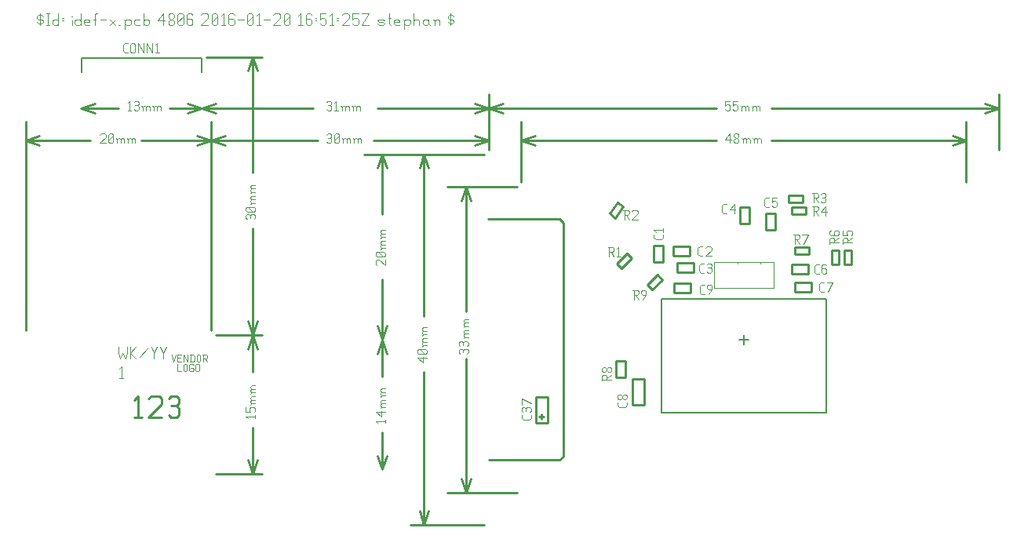
<source format=gbr>
G04 start of page 19 for group -4079 idx -4079 *
G04 Title: IDEF-X, topsilk *
G04 Creator: pcb 1.99z *
G04 CreationDate: Mi 20 Jan 2016 16:51:45 GMT UTC *
G04 For: stephan *
G04 Format: Gerber/RS-274X *
G04 PCB-Dimensions (mil): 7874.02 3937.01 *
G04 PCB-Coordinate-Origin: lower left *
%MOIN*%
%FSLAX25Y25*%
%LNTOPSILK*%
%ADD134C,0.0098*%
%ADD133C,0.0060*%
%ADD132C,0.0061*%
%ADD131C,0.0049*%
%ADD130C,0.0091*%
%ADD129C,0.0048*%
%ADD128C,0.0040*%
%ADD127C,0.0047*%
%ADD126C,0.0039*%
%ADD125C,0.0079*%
%ADD124C,0.0059*%
%ADD123C,0.0100*%
G54D123*X535433Y185039D02*Y210630D01*
Y202756D02*X541339Y204724D01*
X535433Y202756D02*X541339Y200787D01*
X535433Y202756D02*X618110D01*
X724409Y185039D02*Y210630D01*
X738189Y198819D02*Y222441D01*
X724409Y202756D02*X718504Y204724D01*
X724409Y202756D02*X718504Y200787D01*
X738189Y216535D02*X732283Y218504D01*
X738189Y216535D02*X732283Y214567D01*
X641732Y202756D02*X724409D01*
X641732Y216535D02*X738189D01*
G54D124*X664961Y87008D02*X594882D01*
Y135433D01*
X664961D01*
G54D125*X629921Y120079D02*Y116142D01*
X631890Y118110D02*X627953D01*
G54D124*X664961Y135433D02*Y87008D01*
G54D126*X617323Y140157D02*Y151181D01*
X642520D01*
Y140157D01*
X617323D01*
G54D127*X627165Y150591D02*Y150394D01*
X637008Y150591D02*Y150394D01*
G54D123*X521654Y198819D02*Y222441D01*
X527559Y214567D02*X515748Y218504D01*
X527559D02*X515748Y214567D01*
X519685Y196850D02*X468504D01*
X533465Y183071D02*X503937D01*
X511811D02*X513780Y177165D01*
X511811Y183071D02*X509843Y177165D01*
X494094Y196850D02*X496063Y190945D01*
X494094Y196850D02*Y127953D01*
X476378Y196850D02*Y171260D01*
X521654Y202756D02*X515748Y204724D01*
X521654Y202756D02*X515748Y200787D01*
X472441Y202756D02*X521654D01*
X511811Y183071D02*Y129921D01*
Y53150D02*Y110236D01*
X533465Y53150D02*X503937D01*
X511811D02*X513780Y59055D01*
X511811Y53150D02*X509843Y59055D01*
X494094Y39370D02*Y104331D01*
Y39370D02*X496063Y45276D01*
X494094Y39370D02*X492126Y45276D01*
X519685Y39370D02*X488189D01*
X476378Y62992D02*X478346Y68898D01*
X476378Y62992D02*X474409Y68898D01*
X476378Y62992D02*Y78740D01*
X474409Y124016D02*X478346Y112205D01*
Y124016D02*X474409Y112205D01*
X476378Y143701D02*Y102362D01*
X494094Y196850D02*X492126Y190945D01*
X476378Y196850D02*X478346Y190945D01*
X476378Y196850D02*X474409Y190945D01*
X618110Y216535D02*X474409D01*
X348425D02*X354331Y218504D01*
X348425Y216535D02*X354331Y214567D01*
X348425Y216535D02*X364173D01*
X405512Y214567D02*X393701Y218504D01*
X405512D02*X393701Y214567D01*
X446850Y216535D02*X385827D01*
X374016Y202756D02*X448819D01*
X324803Y122047D02*Y210630D01*
Y202756D02*X330709Y204724D01*
X324803Y202756D02*X330709Y200787D01*
X324803Y202756D02*X352362D01*
X403543Y210630D02*Y122047D01*
X397638Y200787D02*X409449Y204724D01*
X397638D02*X409449Y200787D01*
X401575Y238189D02*X425197D01*
X421260D02*X423228Y232283D01*
X421260Y238189D02*X419291Y232283D01*
X405512Y120079D02*X425197D01*
X419291Y125984D02*X423228Y114173D01*
Y125984D02*X419291Y114173D01*
X405512Y61024D02*X425197D01*
X421260D02*X423228Y66929D01*
X421260Y61024D02*X419291Y66929D01*
X421260Y61024D02*Y80709D01*
Y165354D02*Y104331D01*
Y238189D02*Y188976D01*
G54D128*X509374Y112205D02*X508874Y112705D01*
Y113705D02*Y112705D01*
Y113705D02*X509374Y114205D01*
X512874Y113705D02*X512374Y114205D01*
X512874Y113705D02*Y112705D01*
X512374Y112205D02*X512874Y112705D01*
X510674Y113705D02*Y112705D01*
X509374Y114205D02*X510174D01*
X511174D02*X512374D01*
X511174D02*X510674Y113705D01*
X510174Y114205D02*X510674Y113705D01*
X509374Y115405D02*X508874Y115905D01*
Y116905D02*Y115905D01*
Y116905D02*X509374Y117405D01*
X512874Y116905D02*X512374Y117405D01*
X512874Y116905D02*Y115905D01*
X512374Y115405D02*X512874Y115905D01*
X510674Y116905D02*Y115905D01*
X509374Y117405D02*X510174D01*
X511174D02*X512374D01*
X511174D02*X510674Y116905D01*
X510174Y117405D02*X510674Y116905D01*
X511374Y119105D02*X512874D01*
X511374D02*X510874Y119605D01*
Y120105D02*Y119605D01*
Y120105D02*X511374Y120605D01*
X512874D01*
X511374D02*X510874Y121105D01*
Y121605D02*Y121105D01*
Y121605D02*X511374Y122105D01*
X512874D01*
X510874Y118605D02*X511374Y119105D01*
Y123805D02*X512874D01*
X511374D02*X510874Y124305D01*
Y124805D02*Y124305D01*
Y124805D02*X511374Y125305D01*
X512874D01*
X511374D02*X510874Y125805D01*
Y126305D02*Y125805D01*
Y126305D02*X511374Y126805D01*
X512874D01*
X510874Y123305D02*X511374Y123805D01*
X493657Y108268D02*X491157Y110268D01*
X493657Y110768D02*Y108268D01*
X491157Y110268D02*X495157D01*
X494657Y111968D02*X495157Y112468D01*
X491657Y111968D02*X494657D01*
X491657D02*X491157Y112468D01*
Y113468D02*Y112468D01*
Y113468D02*X491657Y113968D01*
X494657D01*
X495157Y113468D02*X494657Y113968D01*
X495157Y113468D02*Y112468D01*
X494157Y111968D02*X492157Y113968D01*
X493657Y115668D02*X495157D01*
X493657D02*X493157Y116168D01*
Y116668D02*Y116168D01*
Y116668D02*X493657Y117168D01*
X495157D01*
X493657D02*X493157Y117668D01*
Y118168D02*Y117668D01*
Y118168D02*X493657Y118668D01*
X495157D01*
X493157Y115168D02*X493657Y115668D01*
Y120368D02*X495157D01*
X493657D02*X493157Y120868D01*
Y121368D02*Y120868D01*
Y121368D02*X493657Y121868D01*
X495157D01*
X493657D02*X493157Y122368D01*
Y122868D02*Y122368D01*
Y122868D02*X493657Y123368D01*
X495157D01*
X493157Y119868D02*X493657Y120368D01*
X474241Y82677D02*X473441Y83477D01*
X477441D01*
Y84177D02*Y82677D01*
X475941Y85377D02*X473441Y87377D01*
X475941Y87877D02*Y85377D01*
X473441Y87377D02*X477441D01*
X475941Y89577D02*X477441D01*
X475941D02*X475441Y90077D01*
Y90577D02*Y90077D01*
Y90577D02*X475941Y91077D01*
X477441D01*
X475941D02*X475441Y91577D01*
Y92077D02*Y91577D01*
Y92077D02*X475941Y92577D01*
X477441D01*
X475441Y89077D02*X475941Y89577D01*
Y94277D02*X477441D01*
X475941D02*X475441Y94777D01*
Y95277D02*Y94777D01*
Y95277D02*X475941Y95777D01*
X477441D01*
X475941D02*X475441Y96277D01*
Y96777D02*Y96277D01*
Y96777D02*X475941Y97277D01*
X477441D01*
X475441Y93777D02*X475941Y94277D01*
X622047Y203193D02*X624047Y205693D01*
X622047Y203193D02*X624547D01*
X624047Y205693D02*Y201693D01*
X625747Y202193D02*X626247Y201693D01*
X625747Y202993D02*Y202193D01*
Y202993D02*X626447Y203693D01*
X627047D01*
X627747Y202993D01*
Y202193D01*
X627247Y201693D02*X627747Y202193D01*
X626247Y201693D02*X627247D01*
X625747Y204393D02*X626447Y203693D01*
X625747Y205193D02*Y204393D01*
Y205193D02*X626247Y205693D01*
X627247D01*
X627747Y205193D01*
Y204393D01*
X627047Y203693D02*X627747Y204393D01*
X629447Y203193D02*Y201693D01*
Y203193D02*X629947Y203693D01*
X630447D01*
X630947Y203193D01*
Y201693D01*
Y203193D02*X631447Y203693D01*
X631947D01*
X632447Y203193D01*
Y201693D01*
X628947Y203693D02*X629447Y203193D01*
X634147D02*Y201693D01*
Y203193D02*X634647Y203693D01*
X635147D01*
X635647Y203193D01*
Y201693D01*
Y203193D02*X636147Y203693D01*
X636647D01*
X637147Y203193D01*
Y201693D01*
X633647Y203693D02*X634147Y203193D01*
X622047Y219472D02*X624047D01*
X622047D02*Y217472D01*
X622547Y217972D01*
X623547D01*
X624047Y217472D01*
Y215972D01*
X623547Y215472D02*X624047Y215972D01*
X622547Y215472D02*X623547D01*
X622047Y215972D02*X622547Y215472D01*
X625247Y219472D02*X627247D01*
X625247D02*Y217472D01*
X625747Y217972D01*
X626747D01*
X627247Y217472D01*
Y215972D01*
X626747Y215472D02*X627247Y215972D01*
X625747Y215472D02*X626747D01*
X625247Y215972D02*X625747Y215472D01*
X628947Y216972D02*Y215472D01*
Y216972D02*X629447Y217472D01*
X629947D01*
X630447Y216972D01*
Y215472D01*
Y216972D02*X630947Y217472D01*
X631447D01*
X631947Y216972D01*
Y215472D01*
X628447Y217472D02*X628947Y216972D01*
X633647D02*Y215472D01*
Y216972D02*X634147Y217472D01*
X634647D01*
X635147Y216972D01*
Y215472D01*
Y216972D02*X635647Y217472D01*
X636147D01*
X636647Y216972D01*
Y215472D01*
X633147Y217472D02*X633647Y216972D01*
G54D129*X364173Y114932D02*Y112512D01*
X364778Y110092D01*
X365988Y112512D01*
X367198Y110092D01*
X367803Y112512D01*
Y114932D02*Y112512D01*
X369255Y114932D02*Y110092D01*
Y112512D02*X371675Y114932D01*
X369255Y112512D02*X371675Y110092D01*
X373127Y110697D02*X376757Y114327D01*
X378209Y114932D02*X379419Y112512D01*
X380629Y114932D01*
X379419Y112512D02*Y110092D01*
X382081Y114932D02*X383291Y112512D01*
X384501Y114932D01*
X383291Y112512D02*Y110092D01*
X364567Y105696D02*X365535Y106664D01*
Y101824D01*
X364567D02*X366382D01*
G54D130*X370866Y92335D02*X372698Y94167D01*
Y85007D01*
X370866D02*X374301D01*
X377049Y93022D02*X378194Y94167D01*
X381629D01*
X382774Y93022D01*
Y90732D01*
X377049Y85007D02*X382774Y90732D01*
X377049Y85007D02*X382774D01*
X385522Y93022D02*X386667Y94167D01*
X388957D01*
X390102Y93022D01*
X388957Y85007D02*X390102Y86152D01*
X386667Y85007D02*X388957D01*
X385522Y86152D02*X386667Y85007D01*
Y90045D02*X388957D01*
X390102Y93022D02*Y91190D01*
Y88900D02*Y86152D01*
Y88900D02*X388957Y90045D01*
X390102Y91190D02*X388957Y90045D01*
G54D131*X331554Y256044D02*X332164Y255434D01*
X330334Y256044D02*X331554D01*
X329724Y255434D02*X330334Y256044D01*
X329724Y255434D02*Y254824D01*
X330334Y254214D01*
X331554D01*
X332164Y253604D01*
Y252994D01*
X331554Y252384D02*X332164Y252994D01*
X330334Y252384D02*X331554D01*
X329724Y252994D02*X330334Y252384D01*
X330944Y256654D02*Y251774D01*
X333628Y256654D02*X334848D01*
X334238D02*Y251774D01*
X333628D02*X334848D01*
X338752Y256654D02*Y251774D01*
X338142D02*X338752Y252384D01*
X336922Y251774D02*X338142D01*
X336312Y252384D02*X336922Y251774D01*
X336312Y253604D02*Y252384D01*
Y253604D02*X336922Y254214D01*
X338142D01*
X338752Y253604D01*
X340216Y254824D02*X340826D01*
X340216Y253604D02*X340826D01*
G54D132*X344486Y255434D02*Y255312D01*
G54D131*Y253604D02*Y251774D01*
X348146Y256654D02*Y251774D01*
X347536D02*X348146Y252384D01*
X346316Y251774D02*X347536D01*
X345706Y252384D02*X346316Y251774D01*
X345706Y253604D02*Y252384D01*
Y253604D02*X346316Y254214D01*
X347536D01*
X348146Y253604D01*
X350220Y251774D02*X352050D01*
X349610Y252384D02*X350220Y251774D01*
X349610Y253604D02*Y252384D01*
Y253604D02*X350220Y254214D01*
X351440D01*
X352050Y253604D01*
X349610Y252994D02*X352050D01*
Y253604D02*Y252994D01*
X354124Y256044D02*Y251774D01*
Y256044D02*X354734Y256654D01*
X355344D01*
X353514Y254214D02*X354734D01*
X356564D02*X359004D01*
X360468D02*X362908Y251774D01*
X360468D02*X362908Y254214D01*
X364372Y251774D02*X364982D01*
X367056Y253604D02*Y249944D01*
X366446Y254214D02*X367056Y253604D01*
X367666Y254214D01*
X368886D01*
X369496Y253604D01*
Y252384D01*
X368886Y251774D02*X369496Y252384D01*
X367666Y251774D02*X368886D01*
X367056Y252384D02*X367666Y251774D01*
X371570Y254214D02*X373400D01*
X370960Y253604D02*X371570Y254214D01*
X370960Y253604D02*Y252384D01*
X371570Y251774D01*
X373400D01*
X374864Y256654D02*Y251774D01*
Y252384D02*X375474Y251774D01*
X376694D01*
X377304Y252384D01*
Y253604D02*Y252384D01*
X376694Y254214D02*X377304Y253604D01*
X375474Y254214D02*X376694D01*
X374864Y253604D02*X375474Y254214D01*
X380964Y253604D02*X383404Y256654D01*
X380964Y253604D02*X384014D01*
X383404Y256654D02*Y251774D01*
X385478Y252384D02*X386088Y251774D01*
X385478Y253360D02*Y252384D01*
Y253360D02*X386332Y254214D01*
X387064D01*
X387918Y253360D01*
Y252384D01*
X387308Y251774D02*X387918Y252384D01*
X386088Y251774D02*X387308D01*
X385478Y255068D02*X386332Y254214D01*
X385478Y256044D02*Y255068D01*
Y256044D02*X386088Y256654D01*
X387308D01*
X387918Y256044D01*
Y255068D01*
X387064Y254214D02*X387918Y255068D01*
X389382Y252384D02*X389992Y251774D01*
X389382Y256044D02*Y252384D01*
Y256044D02*X389992Y256654D01*
X391212D01*
X391822Y256044D01*
Y252384D01*
X391212Y251774D02*X391822Y252384D01*
X389992Y251774D02*X391212D01*
X389382Y252994D02*X391822Y255434D01*
X395116Y256654D02*X395726Y256044D01*
X393896Y256654D02*X395116D01*
X393286Y256044D02*X393896Y256654D01*
X393286Y256044D02*Y252384D01*
X393896Y251774D01*
X395116Y254458D02*X395726Y253848D01*
X393286Y254458D02*X395116D01*
X393896Y251774D02*X395116D01*
X395726Y252384D01*
Y253848D02*Y252384D01*
X399386Y256044D02*X399996Y256654D01*
X401826D01*
X402436Y256044D01*
Y254824D01*
X399386Y251774D02*X402436Y254824D01*
X399386Y251774D02*X402436D01*
X403900Y252384D02*X404510Y251774D01*
X403900Y256044D02*Y252384D01*
Y256044D02*X404510Y256654D01*
X405730D01*
X406340Y256044D01*
Y252384D01*
X405730Y251774D02*X406340Y252384D01*
X404510Y251774D02*X405730D01*
X403900Y252994D02*X406340Y255434D01*
X407805Y255678D02*X408781Y256654D01*
Y251774D01*
X407805D02*X409635D01*
X412929Y256654D02*X413539Y256044D01*
X411709Y256654D02*X412929D01*
X411099Y256044D02*X411709Y256654D01*
X411099Y256044D02*Y252384D01*
X411709Y251774D01*
X412929Y254458D02*X413539Y253848D01*
X411099Y254458D02*X412929D01*
X411709Y251774D02*X412929D01*
X413539Y252384D01*
Y253848D02*Y252384D01*
X415003Y254214D02*X417443D01*
X418907Y252384D02*X419517Y251774D01*
X418907Y256044D02*Y252384D01*
Y256044D02*X419517Y256654D01*
X420737D01*
X421347Y256044D01*
Y252384D01*
X420737Y251774D02*X421347Y252384D01*
X419517Y251774D02*X420737D01*
X418907Y252994D02*X421347Y255434D01*
X422811Y255678D02*X423787Y256654D01*
Y251774D01*
X422811D02*X424641D01*
X426105Y254214D02*X428545D01*
X430009Y256044D02*X430619Y256654D01*
X432449D01*
X433059Y256044D01*
Y254824D01*
X430009Y251774D02*X433059Y254824D01*
X430009Y251774D02*X433059D01*
X434523Y252384D02*X435133Y251774D01*
X434523Y256044D02*Y252384D01*
Y256044D02*X435133Y256654D01*
X436353D01*
X436963Y256044D01*
Y252384D01*
X436353Y251774D02*X436963Y252384D01*
X435133Y251774D02*X436353D01*
X434523Y252994D02*X436963Y255434D01*
X440623Y255678D02*X441599Y256654D01*
Y251774D01*
X440623D02*X442453D01*
X445747Y256654D02*X446357Y256044D01*
X444527Y256654D02*X445747D01*
X443917Y256044D02*X444527Y256654D01*
X443917Y256044D02*Y252384D01*
X444527Y251774D01*
X445747Y254458D02*X446357Y253848D01*
X443917Y254458D02*X445747D01*
X444527Y251774D02*X445747D01*
X446357Y252384D01*
Y253848D02*Y252384D01*
X447821Y254824D02*X448431D01*
X447821Y253604D02*X448431D01*
X449895Y256654D02*X452335D01*
X449895D02*Y254214D01*
X450505Y254824D01*
X451725D01*
X452335Y254214D01*
Y252384D01*
X451725Y251774D02*X452335Y252384D01*
X450505Y251774D02*X451725D01*
X449895Y252384D02*X450505Y251774D01*
X453799Y255678D02*X454775Y256654D01*
Y251774D01*
X453799D02*X455629D01*
X457093Y254824D02*X457703D01*
X457093Y253604D02*X457703D01*
X459167Y256044D02*X459777Y256654D01*
X461607D01*
X462217Y256044D01*
Y254824D01*
X459167Y251774D02*X462217Y254824D01*
X459167Y251774D02*X462217D01*
X463681Y256654D02*X466121D01*
X463681D02*Y254214D01*
X464291Y254824D01*
X465511D01*
X466121Y254214D01*
Y252384D01*
X465511Y251774D02*X466121Y252384D01*
X464291Y251774D02*X465511D01*
X463681Y252384D02*X464291Y251774D01*
X467585Y256654D02*X470635D01*
X467585Y251774D02*X470635Y256654D01*
X467585Y251774D02*X470635D01*
X474905D02*X476735D01*
X477345Y252384D01*
X476735Y252994D02*X477345Y252384D01*
X474905Y252994D02*X476735D01*
X474295Y253604D02*X474905Y252994D01*
X474295Y253604D02*X474905Y254214D01*
X476735D01*
X477345Y253604D01*
X474295Y252384D02*X474905Y251774D01*
X479419Y256654D02*Y252384D01*
X480029Y251774D01*
X478809Y254824D02*X480029D01*
X481859Y251774D02*X483689D01*
X481249Y252384D02*X481859Y251774D01*
X481249Y253604D02*Y252384D01*
Y253604D02*X481859Y254214D01*
X483079D01*
X483689Y253604D01*
X481249Y252994D02*X483689D01*
Y253604D02*Y252994D01*
X485763Y253604D02*Y249944D01*
X485153Y254214D02*X485763Y253604D01*
X486373Y254214D01*
X487593D01*
X488203Y253604D01*
Y252384D01*
X487593Y251774D02*X488203Y252384D01*
X486373Y251774D02*X487593D01*
X485763Y252384D02*X486373Y251774D01*
X489667Y256654D02*Y251774D01*
Y253604D02*X490277Y254214D01*
X491497D01*
X492107Y253604D01*
Y251774D01*
X495401Y254214D02*X496011Y253604D01*
X494181Y254214D02*X495401D01*
X493571Y253604D02*X494181Y254214D01*
X493571Y253604D02*Y252384D01*
X494181Y251774D01*
X496011Y254214D02*Y252384D01*
X496621Y251774D01*
X494181D02*X495401D01*
X496011Y252384D01*
X498695Y253604D02*Y251774D01*
Y253604D02*X499305Y254214D01*
X499915D01*
X500525Y253604D01*
Y251774D01*
X498085Y254214D02*X498695Y253604D01*
X506015Y256044D02*X506625Y255434D01*
X504795Y256044D02*X506015D01*
X504185Y255434D02*X504795Y256044D01*
X504185Y255434D02*Y254824D01*
X504795Y254214D01*
X506015D01*
X506625Y253604D01*
Y252994D01*
X506015Y252384D02*X506625Y252994D01*
X504795Y252384D02*X506015D01*
X504185Y252994D02*X504795Y252384D01*
X505405Y256654D02*Y251774D01*
G54D128*X452756Y218972D02*X453256Y219472D01*
X454256D01*
X454756Y218972D01*
X454256Y215472D02*X454756Y215972D01*
X453256Y215472D02*X454256D01*
X452756Y215972D02*X453256Y215472D01*
Y217672D02*X454256D01*
X454756Y218972D02*Y218172D01*
Y217172D02*Y215972D01*
Y217172D02*X454256Y217672D01*
X454756Y218172D02*X454256Y217672D01*
X455956Y218672D02*X456756Y219472D01*
Y215472D01*
X455956D02*X457456D01*
X459156Y216972D02*Y215472D01*
Y216972D02*X459656Y217472D01*
X460156D01*
X460656Y216972D01*
Y215472D01*
Y216972D02*X461156Y217472D01*
X461656D01*
X462156Y216972D01*
Y215472D01*
X458656Y217472D02*X459156Y216972D01*
X463856D02*Y215472D01*
Y216972D02*X464356Y217472D01*
X464856D01*
X465356Y216972D01*
Y215472D01*
Y216972D02*X465856Y217472D01*
X466356D01*
X466856Y216972D01*
Y215472D01*
X463356Y217472D02*X463856Y216972D01*
X368110Y218672D02*X368910Y219472D01*
Y215472D01*
X368110D02*X369610D01*
X370810Y218972D02*X371310Y219472D01*
X372310D01*
X372810Y218972D01*
X372310Y215472D02*X372810Y215972D01*
X371310Y215472D02*X372310D01*
X370810Y215972D02*X371310Y215472D01*
Y217672D02*X372310D01*
X372810Y218972D02*Y218172D01*
Y217172D02*Y215972D01*
Y217172D02*X372310Y217672D01*
X372810Y218172D02*X372310Y217672D01*
X374510Y216972D02*Y215472D01*
Y216972D02*X375010Y217472D01*
X375510D01*
X376010Y216972D01*
Y215472D01*
Y216972D02*X376510Y217472D01*
X377010D01*
X377510Y216972D01*
Y215472D01*
X374010Y217472D02*X374510Y216972D01*
X379210D02*Y215472D01*
Y216972D02*X379710Y217472D01*
X380210D01*
X380710Y216972D01*
Y215472D01*
Y216972D02*X381210Y217472D01*
X381710D01*
X382210Y216972D01*
Y215472D01*
X378710Y217472D02*X379210Y216972D01*
X356299Y205193D02*X356799Y205693D01*
X358299D01*
X358799Y205193D01*
Y204193D01*
X356299Y201693D02*X358799Y204193D01*
X356299Y201693D02*X358799D01*
X359999Y202193D02*X360499Y201693D01*
X359999Y205193D02*Y202193D01*
Y205193D02*X360499Y205693D01*
X361499D01*
X361999Y205193D01*
Y202193D01*
X361499Y201693D02*X361999Y202193D01*
X360499Y201693D02*X361499D01*
X359999Y202693D02*X361999Y204693D01*
X363699Y203193D02*Y201693D01*
Y203193D02*X364199Y203693D01*
X364699D01*
X365199Y203193D01*
Y201693D01*
Y203193D02*X365699Y203693D01*
X366199D01*
X366699Y203193D01*
Y201693D01*
X363199Y203693D02*X363699Y203193D01*
X368399D02*Y201693D01*
Y203193D02*X368899Y203693D01*
X369399D01*
X369899Y203193D01*
Y201693D01*
Y203193D02*X370399Y203693D01*
X370899D01*
X371399Y203193D01*
Y201693D01*
X367899Y203693D02*X368399Y203193D01*
X452756Y205193D02*X453256Y205693D01*
X454256D01*
X454756Y205193D01*
X454256Y201693D02*X454756Y202193D01*
X453256Y201693D02*X454256D01*
X452756Y202193D02*X453256Y201693D01*
Y203893D02*X454256D01*
X454756Y205193D02*Y204393D01*
Y203393D02*Y202193D01*
Y203393D02*X454256Y203893D01*
X454756Y204393D02*X454256Y203893D01*
X455956Y202193D02*X456456Y201693D01*
X455956Y205193D02*Y202193D01*
Y205193D02*X456456Y205693D01*
X457456D01*
X457956Y205193D01*
Y202193D01*
X457456Y201693D02*X457956Y202193D01*
X456456Y201693D02*X457456D01*
X455956Y202693D02*X457956Y204693D01*
X459656Y203193D02*Y201693D01*
Y203193D02*X460156Y203693D01*
X460656D01*
X461156Y203193D01*
Y201693D01*
Y203193D02*X461656Y203693D01*
X462156D01*
X462656Y203193D01*
Y201693D01*
X459156Y203693D02*X459656Y203193D01*
X464356D02*Y201693D01*
Y203193D02*X464856Y203693D01*
X465356D01*
X465856Y203193D01*
Y201693D01*
Y203193D02*X466356Y203693D01*
X466856D01*
X467356Y203193D01*
Y201693D01*
X463856Y203693D02*X464356Y203193D01*
X473941Y149606D02*X473441Y150106D01*
Y151606D02*Y150106D01*
Y151606D02*X473941Y152106D01*
X474941D01*
X477441Y149606D02*X474941Y152106D01*
X477441D02*Y149606D01*
X476941Y153306D02*X477441Y153806D01*
X473941Y153306D02*X476941D01*
X473941D02*X473441Y153806D01*
Y154806D02*Y153806D01*
Y154806D02*X473941Y155306D01*
X476941D01*
X477441Y154806D02*X476941Y155306D01*
X477441Y154806D02*Y153806D01*
X476441Y153306D02*X474441Y155306D01*
X475941Y157006D02*X477441D01*
X475941D02*X475441Y157506D01*
Y158006D02*Y157506D01*
Y158006D02*X475941Y158506D01*
X477441D01*
X475941D02*X475441Y159006D01*
Y159506D02*Y159006D01*
Y159506D02*X475941Y160006D01*
X477441D01*
X475441Y156506D02*X475941Y157006D01*
Y161706D02*X477441D01*
X475941D02*X475441Y162206D01*
Y162706D02*Y162206D01*
Y162706D02*X475941Y163206D01*
X477441D01*
X475941D02*X475441Y163706D01*
Y164206D02*Y163706D01*
Y164206D02*X475941Y164706D01*
X477441D01*
X475441Y161206D02*X475941Y161706D01*
X418823Y169291D02*X418323Y169791D01*
Y170791D02*Y169791D01*
Y170791D02*X418823Y171291D01*
X422323Y170791D02*X421823Y171291D01*
X422323Y170791D02*Y169791D01*
X421823Y169291D02*X422323Y169791D01*
X420123Y170791D02*Y169791D01*
X418823Y171291D02*X419623D01*
X420623D02*X421823D01*
X420623D02*X420123Y170791D01*
X419623Y171291D02*X420123Y170791D01*
X421823Y172491D02*X422323Y172991D01*
X418823Y172491D02*X421823D01*
X418823D02*X418323Y172991D01*
Y173991D02*Y172991D01*
Y173991D02*X418823Y174491D01*
X421823D01*
X422323Y173991D02*X421823Y174491D01*
X422323Y173991D02*Y172991D01*
X421323Y172491D02*X419323Y174491D01*
X420823Y176191D02*X422323D01*
X420823D02*X420323Y176691D01*
Y177191D02*Y176691D01*
Y177191D02*X420823Y177691D01*
X422323D01*
X420823D02*X420323Y178191D01*
Y178691D02*Y178191D01*
Y178691D02*X420823Y179191D01*
X422323D01*
X420323Y175691D02*X420823Y176191D01*
Y180891D02*X422323D01*
X420823D02*X420323Y181391D01*
Y181891D02*Y181391D01*
Y181891D02*X420823Y182391D01*
X422323D01*
X420823D02*X420323Y182891D01*
Y183391D02*Y182891D01*
Y183391D02*X420823Y183891D01*
X422323D01*
X420323Y180391D02*X420823Y180891D01*
X419123Y84646D02*X418323Y85446D01*
X422323D01*
Y86146D02*Y84646D01*
X418323Y89346D02*Y87346D01*
X420323D01*
X419823Y87846D01*
Y88846D02*Y87846D01*
Y88846D02*X420323Y89346D01*
X421823D01*
X422323Y88846D02*X421823Y89346D01*
X422323Y88846D02*Y87846D01*
X421823Y87346D02*X422323Y87846D01*
X420823Y91046D02*X422323D01*
X420823D02*X420323Y91546D01*
Y92046D02*Y91546D01*
Y92046D02*X420823Y92546D01*
X422323D01*
X420823D02*X420323Y93046D01*
Y93546D02*Y93046D01*
Y93546D02*X420823Y94046D01*
X422323D01*
X420323Y90546D02*X420823Y91046D01*
Y95746D02*X422323D01*
X420823D02*X420323Y96246D01*
Y96746D02*Y96246D01*
Y96746D02*X420823Y97246D01*
X422323D01*
X420823D02*X420323Y97746D01*
Y98246D02*Y97746D01*
Y98246D02*X420823Y98746D01*
X422323D01*
X420323Y95246D02*X420823Y95746D01*
G54D126*X389370Y107705D02*Y104665D01*
X390890D01*
X391802Y107325D02*Y105045D01*
Y107325D02*X392182Y107705D01*
X392942D01*
X393322Y107325D01*
Y105045D01*
X392942Y104665D02*X393322Y105045D01*
X392182Y104665D02*X392942D01*
X391802Y105045D02*X392182Y104665D01*
X395754Y107705D02*X396134Y107325D01*
X394614Y107705D02*X395754D01*
X394234Y107325D02*X394614Y107705D01*
X394234Y107325D02*Y105045D01*
X394614Y104665D01*
X395754D01*
X396134Y105045D01*
Y105805D02*Y105045D01*
X395754Y106185D02*X396134Y105805D01*
X394994Y106185D02*X395754D01*
X397046Y107325D02*Y105045D01*
Y107325D02*X397426Y107705D01*
X398186D01*
X398566Y107325D01*
Y105045D01*
X398186Y104665D02*X398566Y105045D01*
X397426Y104665D02*X398186D01*
X397046Y105045D02*X397426Y104665D01*
X387008Y111642D02*X387768Y108602D01*
X388528Y111642D01*
X389440Y110274D02*X390580D01*
X389440Y108602D02*X390960D01*
X389440Y111642D02*Y108602D01*
Y111642D02*X390960D01*
X391872D02*Y108602D01*
Y111642D02*X393772Y108602D01*
Y111642D02*Y108602D01*
X395064Y111642D02*Y108602D01*
X396052Y111642D02*X396584Y111110D01*
Y109134D01*
X396052Y108602D02*X396584Y109134D01*
X394684Y108602D02*X396052D01*
X394684Y111642D02*X396052D01*
X397496Y111262D02*Y108982D01*
Y111262D02*X397876Y111642D01*
X398636D01*
X399016Y111262D01*
Y108982D01*
X398636Y108602D02*X399016Y108982D01*
X397876Y108602D02*X398636D01*
X397496Y108982D02*X397876Y108602D01*
X399928Y111642D02*X401448D01*
X401828Y111262D01*
Y110502D01*
X401448Y110122D02*X401828Y110502D01*
X400308Y110122D02*X401448D01*
X400308Y111642D02*Y108602D01*
X400916Y110122D02*X401828Y108602D01*
G54D123*X648969Y176453D02*X654969D01*
X648969Y179453D02*Y176453D01*
Y179453D02*X654969D01*
Y176453D01*
G54D133*X348516Y237720D02*X399516D01*
X348516D02*Y231720D01*
X399516Y237720D02*Y231720D01*
G54D123*X582539Y90563D02*X587539D01*
Y101563D02*Y90563D01*
X582539Y101563D02*X587539D01*
X582539D02*Y90563D01*
G54D134*X575559Y109012D02*Y102012D01*
Y109012D02*X579559D01*
Y102012D01*
X575559D02*X579559D01*
G54D123*X521260Y169291D02*X551575D01*
X553150Y167717D01*
Y68504D01*
X551575Y66929D01*
X521654D01*
X541594Y82886D02*X546594D01*
Y93886D02*Y82886D01*
X541594Y93886D02*X546594D01*
X541594D02*Y82886D01*
X544094Y86386D02*Y84386D01*
X543094Y85386D02*X545094D01*
G54D134*X591701Y158224D02*Y151224D01*
Y158224D02*X595701D01*
Y151224D01*
X591701D02*X595701D01*
G54D123*X588944Y141459D02*X593187Y145702D01*
X595308Y143580D01*
X591065Y139338D02*X595308Y143580D01*
X588944Y141459D02*X591065Y139338D01*
G54D134*X601618Y150819D02*X608618D01*
Y146819D01*
X601618D01*
Y150819D01*
X600043Y157906D02*X607043D01*
Y153906D01*
X600043D01*
Y157906D01*
X600437Y142157D02*X607437D01*
Y138157D01*
X600437D02*X607437D01*
X600437Y142157D02*Y138157D01*
G54D123*X575952Y150514D02*X580194Y154757D01*
X582316Y152635D01*
X578073Y148393D02*X582316Y152635D01*
X575952Y150514D02*X578073Y148393D01*
X578737Y174826D02*X575295Y169911D01*
X572838Y171631D02*X575295Y169911D01*
X576280Y176546D02*X572838Y171631D01*
X576280Y176546D02*X578737Y174826D01*
X650150Y174335D02*X656150D01*
Y171335D01*
X650150D02*X656150D01*
X650150Y174335D02*Y171335D01*
G54D134*X651618Y142551D02*X658618D01*
Y138551D01*
X651618D01*
Y142551D01*
X650437Y150031D02*X657437D01*
Y146031D01*
X650437D01*
Y150031D01*
G54D123*X670398Y156150D02*Y150150D01*
X667398D02*X670398D01*
X667398Y156150D02*Y150150D01*
Y156150D02*X670398D01*
X675516D02*Y150150D01*
X672516D02*X675516D01*
X672516Y156150D02*Y150150D01*
Y156150D02*X675516D01*
X651724Y154406D02*X657724D01*
X651724Y157406D02*Y154406D01*
Y157406D02*X657724D01*
Y154406D01*
G54D134*X639339Y171610D02*Y164610D01*
Y171610D02*X643339D01*
Y164610D01*
X639339D02*X643339D01*
X628315Y174366D02*Y167366D01*
Y174366D02*X632315D01*
Y167366D01*
X628315D02*X632315D01*
G54D128*X580197Y91567D02*Y90267D01*
X579497Y89567D02*X580197Y90267D01*
X576897Y89567D02*X579497D01*
X576897D02*X576197Y90267D01*
Y91567D02*Y90267D01*
X579697Y92767D02*X580197Y93267D01*
X578897Y92767D02*X579697D01*
X578897D02*X578197Y93467D01*
Y94067D02*Y93467D01*
Y94067D02*X578897Y94767D01*
X579697D01*
X580197Y94267D02*X579697Y94767D01*
X580197Y94267D02*Y93267D01*
X577497Y92767D02*X578197Y93467D01*
X576697Y92767D02*X577497D01*
X576697D02*X576197Y93267D01*
Y94267D02*Y93267D01*
Y94267D02*X576697Y94767D01*
X577497D01*
X578197Y94067D02*X577497Y94767D01*
X569701Y102591D02*Y100591D01*
Y102591D02*X570201Y103091D01*
X571201D01*
X571701Y102591D02*X571201Y103091D01*
X571701Y102591D02*Y101091D01*
X569701D02*X573701D01*
X571701Y101891D02*X573701Y103091D01*
X573201Y104291D02*X573701Y104791D01*
X572401Y104291D02*X573201D01*
X572401D02*X571701Y104991D01*
Y105591D02*Y104991D01*
Y105591D02*X572401Y106291D01*
X573201D01*
X573701Y105791D02*X573201Y106291D01*
X573701Y105791D02*Y104791D01*
X571001Y104291D02*X571701Y104991D01*
X570201Y104291D02*X571001D01*
X570201D02*X569701Y104791D01*
Y105791D02*Y104791D01*
Y105791D02*X570201Y106291D01*
X571001D01*
X571701Y105591D02*X571001Y106291D01*
X595748Y162630D02*Y161330D01*
X595048Y160630D02*X595748Y161330D01*
X592448Y160630D02*X595048D01*
X592448D02*X591748Y161330D01*
Y162630D02*Y161330D01*
X592548Y163830D02*X591748Y164630D01*
X595748D01*
Y165330D02*Y163830D01*
X582677Y139157D02*X584677D01*
X585177Y138657D01*
Y137657D01*
X584677Y137157D02*X585177Y137657D01*
X583177Y137157D02*X584677D01*
X583177Y139157D02*Y135157D01*
X583977Y137157D02*X585177Y135157D01*
X586877D02*X588377Y137157D01*
Y138657D02*Y137157D01*
X587877Y139157D02*X588377Y138657D01*
X586877Y139157D02*X587877D01*
X586377Y138657D02*X586877Y139157D01*
X586377Y138657D02*Y137657D01*
X586877Y137157D01*
X588377D01*
X578740Y173213D02*X580740D01*
X581240Y172713D01*
Y171713D01*
X580740Y171213D02*X581240Y171713D01*
X579240Y171213D02*X580740D01*
X579240Y173213D02*Y169213D01*
X580040Y171213D02*X581240Y169213D01*
X582440Y172713D02*X582940Y173213D01*
X584440D01*
X584940Y172713D01*
Y171713D01*
X582440Y169213D02*X584940Y171713D01*
X582440Y169213D02*X584940D01*
X572244Y157465D02*X574244D01*
X574744Y156965D01*
Y155965D01*
X574244Y155465D02*X574744Y155965D01*
X572744Y155465D02*X574244D01*
X572744Y157465D02*Y153465D01*
X573544Y155465D02*X574744Y153465D01*
X575944Y156665D02*X576744Y157465D01*
Y153465D01*
X575944D02*X577444D01*
X539449Y86055D02*Y84755D01*
X538749Y84055D02*X539449Y84755D01*
X536149Y84055D02*X538749D01*
X536149D02*X535449Y84755D01*
Y86055D02*Y84755D01*
X535949Y87255D02*X535449Y87755D01*
Y88755D02*Y87755D01*
Y88755D02*X535949Y89255D01*
X539449Y88755D02*X538949Y89255D01*
X539449Y88755D02*Y87755D01*
X538949Y87255D02*X539449Y87755D01*
X537249Y88755D02*Y87755D01*
X535949Y89255D02*X536749D01*
X537749D02*X538949D01*
X537749D02*X537249Y88755D01*
X536749Y89255D02*X537249Y88755D01*
X539449Y90955D02*X535449Y92955D01*
Y90455D01*
X639283Y174528D02*X640583D01*
X638583Y175228D02*X639283Y174528D01*
X638583Y177828D02*Y175228D01*
Y177828D02*X639283Y178528D01*
X640583D01*
X641783D02*X643783D01*
X641783D02*Y176528D01*
X642283Y177028D01*
X643283D01*
X643783Y176528D01*
Y175028D01*
X643283Y174528D02*X643783Y175028D01*
X642283Y174528D02*X643283D01*
X641783Y175028D02*X642283Y174528D01*
X621369Y171772D02*X622669D01*
X620669Y172472D02*X621369Y171772D01*
X620669Y175072D02*Y172472D01*
Y175072D02*X621369Y175772D01*
X622669D01*
X623869Y173272D02*X625869Y175772D01*
X623869Y173272D02*X626369D01*
X625869Y175772D02*Y171772D01*
X366842Y240079D02*X368142D01*
X366142Y240779D02*X366842Y240079D01*
X366142Y243379D02*Y240779D01*
Y243379D02*X366842Y244079D01*
X368142D01*
X369342Y243579D02*Y240579D01*
Y243579D02*X369842Y244079D01*
X370842D01*
X371342Y243579D01*
Y240579D01*
X370842Y240079D02*X371342Y240579D01*
X369842Y240079D02*X370842D01*
X369342Y240579D02*X369842Y240079D01*
X372542Y244079D02*Y240079D01*
Y244079D02*X375042Y240079D01*
Y244079D02*Y240079D01*
X376242Y244079D02*Y240079D01*
Y244079D02*X378742Y240079D01*
Y244079D02*Y240079D01*
X379942Y243279D02*X380742Y244079D01*
Y240079D01*
X379942D02*X381442D01*
X611724Y146575D02*X613024D01*
X611024Y147275D02*X611724Y146575D01*
X611024Y149875D02*Y147275D01*
Y149875D02*X611724Y150575D01*
X613024D01*
X614224Y150075D02*X614724Y150575D01*
X615724D01*
X616224Y150075D01*
X615724Y146575D02*X616224Y147075D01*
X614724Y146575D02*X615724D01*
X614224Y147075D02*X614724Y146575D01*
Y148775D02*X615724D01*
X616224Y150075D02*Y149275D01*
Y148275D02*Y147075D01*
Y148275D02*X615724Y148775D01*
X616224Y149275D02*X615724Y148775D01*
X611133Y153661D02*X612433D01*
X610433Y154361D02*X611133Y153661D01*
X610433Y156961D02*Y154361D01*
Y156961D02*X611133Y157661D01*
X612433D01*
X613633Y157161D02*X614133Y157661D01*
X615633D01*
X616133Y157161D01*
Y156161D01*
X613633Y153661D02*X616133Y156161D01*
X613633Y153661D02*X616133D01*
X611920Y137520D02*X613220D01*
X611220Y138220D02*X611920Y137520D01*
X611220Y140820D02*Y138220D01*
Y140820D02*X611920Y141520D01*
X613220D01*
X614920Y137520D02*X616420Y139520D01*
Y141020D02*Y139520D01*
X615920Y141520D02*X616420Y141020D01*
X614920Y141520D02*X615920D01*
X614420Y141020D02*X614920Y141520D01*
X614420Y141020D02*Y140020D01*
X614920Y139520D01*
X616420D01*
X659055Y180299D02*X661055D01*
X661555Y179799D01*
Y178799D01*
X661055Y178299D02*X661555Y178799D01*
X659555Y178299D02*X661055D01*
X659555Y180299D02*Y176299D01*
X660355Y178299D02*X661555Y176299D01*
X662755Y179799D02*X663255Y180299D01*
X664255D01*
X664755Y179799D01*
X664255Y176299D02*X664755Y176799D01*
X663255Y176299D02*X664255D01*
X662755Y176799D02*X663255Y176299D01*
Y178499D02*X664255D01*
X664755Y179799D02*Y178999D01*
Y177999D02*Y176799D01*
Y177999D02*X664255Y178499D01*
X664755Y178999D02*X664255Y178499D01*
X659055Y174787D02*X661055D01*
X661555Y174287D01*
Y173287D01*
X661055Y172787D02*X661555Y173287D01*
X659555Y172787D02*X661055D01*
X659555Y174787D02*Y170787D01*
X660355Y172787D02*X661555Y170787D01*
X662755Y172287D02*X664755Y174787D01*
X662755Y172287D02*X665255D01*
X664755Y174787D02*Y170787D01*
X650959Y162760D02*X652959D01*
X653459Y162260D01*
Y161260D01*
X652959Y160760D02*X653459Y161260D01*
X651459Y160760D02*X652959D01*
X651459Y162760D02*Y158760D01*
X652259Y160760D02*X653459Y158760D01*
X655159D02*X657159Y162760D01*
X654659D02*X657159D01*
X666354Y160858D02*Y158858D01*
Y160858D02*X666854Y161358D01*
X667854D01*
X668354Y160858D02*X667854Y161358D01*
X668354Y160858D02*Y159358D01*
X666354D02*X670354D01*
X668354Y160158D02*X670354Y161358D01*
X666354Y164058D02*X666854Y164558D01*
X666354Y164058D02*Y163058D01*
X666854Y162558D02*X666354Y163058D01*
X666854Y162558D02*X669854D01*
X670354Y163058D01*
X668154Y164058D02*X668654Y164558D01*
X668154Y164058D02*Y162558D01*
X670354Y164058D02*Y163058D01*
Y164058D02*X669854Y164558D01*
X668654D02*X669854D01*
X672063Y160858D02*Y158858D01*
Y160858D02*X672563Y161358D01*
X673563D01*
X674063Y160858D02*X673563Y161358D01*
X674063Y160858D02*Y159358D01*
X672063D02*X676063D01*
X674063Y160158D02*X676063Y161358D01*
X672063Y164558D02*Y162558D01*
X674063D01*
X673563Y163058D01*
Y164058D02*Y163058D01*
Y164058D02*X674063Y164558D01*
X675563D01*
X676063Y164058D02*X675563Y164558D01*
X676063Y164058D02*Y163058D01*
X675563Y162558D02*X676063Y163058D01*
X662708Y138307D02*X664008D01*
X662008Y139007D02*X662708Y138307D01*
X662008Y141607D02*Y139007D01*
Y141607D02*X662708Y142307D01*
X664008D01*
X665708Y138307D02*X667708Y142307D01*
X665208D02*X667708D01*
X660543Y146181D02*X661843D01*
X659843Y146881D02*X660543Y146181D01*
X659843Y149481D02*Y146881D01*
Y149481D02*X660543Y150181D01*
X661843D01*
X664543D02*X665043Y149681D01*
X663543Y150181D02*X664543D01*
X663043Y149681D02*X663543Y150181D01*
X663043Y149681D02*Y146681D01*
X663543Y146181D01*
X664543Y148381D02*X665043Y147881D01*
X663043Y148381D02*X664543D01*
X663543Y146181D02*X664543D01*
X665043Y146681D01*
Y147881D02*Y146681D01*
M02*

</source>
